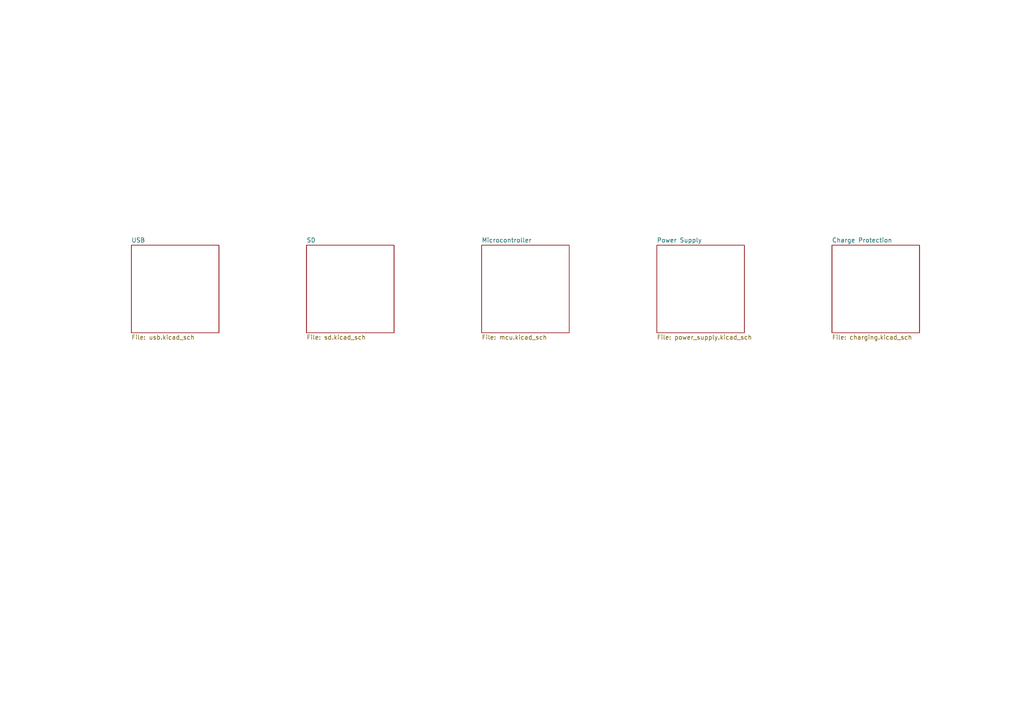
<source format=kicad_sch>
(kicad_sch (version 20211123) (generator eeschema)
  (paper "A4")
  (lib_symbols)
  (sheet (at 190.5 71.12) (size 25.4 25.4) (stroke (width 0.1524))
    (property "Sheet name" "Power Supply" (at 190.5 70.4084 0) (effects (justify left bottom)))
    (property "Sheet file" "power_supply.kicad_sch" (at 190.5 97.1046 0) (effects (justify left top)))
  )
  (sheet (at 139.7 71.12) (size 25.4 25.4) (stroke (width 0.1524))
    (property "Sheet name" "Microcontroller" (at 139.7 70.4084 0) (effects (justify left bottom)))
    (property "Sheet file" "mcu.kicad_sch" (at 139.7 97.1046 0) (effects (justify left top)))
  )
  (sheet (at 241.3 71.12) (size 25.4 25.4) (stroke (width 0.1524))
    (property "Sheet name" "Charge Protection" (at 241.3 70.4084 0) (effects (justify left bottom)))
    (property "Sheet file" "charging.kicad_sch" (at 241.3 97.1046 0) (effects (justify left top)))
  )
  (sheet (at 88.9 71.12) (size 25.4 25.4) (stroke (width 0.1524))
    (property "Sheet name" "SD" (at 88.9 70.4084 0) (effects (justify left bottom)))
    (property "Sheet file" "sd.kicad_sch" (at 88.9 97.1046 0) (effects (justify left top)))
  )
  (sheet (at 38.1 71.12) (size 25.4 25.4) (stroke (width 0.1524))
    (property "Sheet name" "USB" (at 38.1 70.4084 0) (effects (justify left bottom)))
    (property "Sheet file" "usb.kicad_sch" (at 38.1 97.1046 0) (effects (justify left top)))
  )
)
</source>
